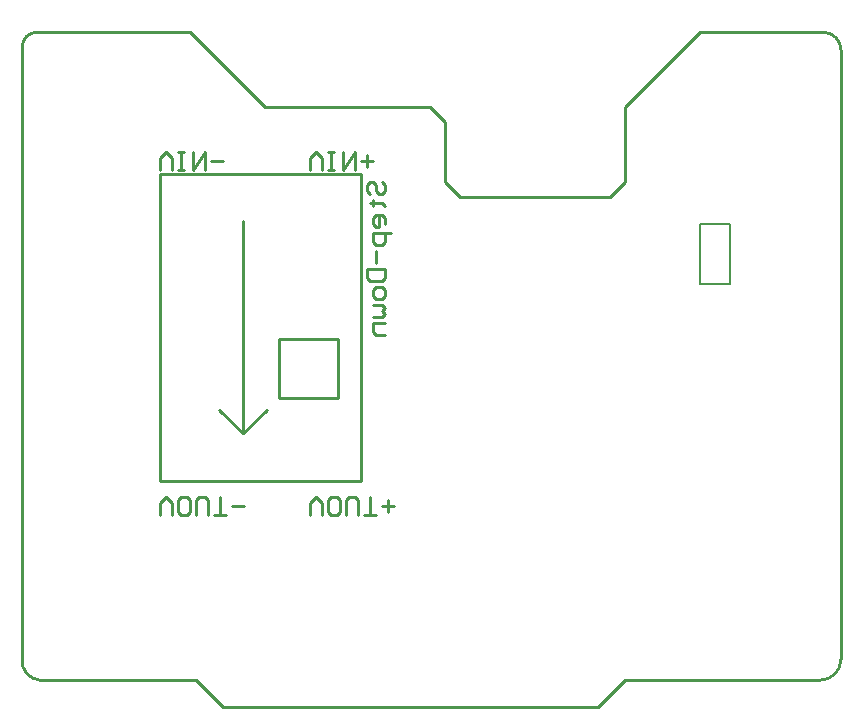
<source format=gbo>
G04*
G04 #@! TF.GenerationSoftware,Altium Limited,Altium Designer,20.0.2 (26)*
G04*
G04 Layer_Color=32896*
%FSLAX24Y24*%
%MOIN*%
G70*
G01*
G75*
%ADD11C,0.0079*%
%ADD12C,0.0100*%
G36*
X12000Y21000D02*
D01*
D02*
G37*
D11*
X20500Y14100D02*
X21500D01*
X20500Y12100D02*
Y14100D01*
Y12100D02*
X21500D01*
Y14100D01*
D12*
X2513Y5551D02*
Y15787D01*
Y5551D02*
X9206D01*
Y15787D01*
X2513D02*
X9206D01*
X6450Y8307D02*
Y10276D01*
Y8307D02*
X8418D01*
Y10276D01*
X6450D02*
X8418D01*
X5268Y7126D02*
X5269Y14213D01*
X4481Y7913D02*
X5268Y7126D01*
X6056Y7913D01*
X7500Y15900D02*
Y16300D01*
X7700Y16500D01*
X7900Y16300D01*
Y15900D01*
X8100D02*
X8300D01*
X8200D01*
Y16500D01*
X8100D01*
X8300D01*
X8600D02*
Y15900D01*
X9000Y16500D01*
Y15900D01*
X9199Y16200D02*
X9599D01*
X9399Y16000D02*
Y16400D01*
X2500Y15900D02*
Y16300D01*
X2700Y16500D01*
X2900Y16300D01*
Y15900D01*
X3100D02*
X3300D01*
X3200D01*
Y16500D01*
X3100D01*
X3300D01*
X3600D02*
Y15900D01*
X4000Y16500D01*
Y15900D01*
X4199Y16200D02*
X4599D01*
X2500Y4400D02*
Y4800D01*
X2700Y5000D01*
X2900Y4800D01*
Y4400D01*
X3400D02*
X3200D01*
X3100Y4500D01*
Y4900D01*
X3200Y5000D01*
X3400D01*
X3500Y4900D01*
Y4500D01*
X3400Y4400D01*
X3700D02*
Y4900D01*
X3800Y5000D01*
X4000D01*
X4099Y4900D01*
Y4400D01*
X4299D02*
X4699D01*
X4499D01*
Y5000D01*
X4899Y4700D02*
X5299D01*
X7500Y4400D02*
Y4800D01*
X7700Y5000D01*
X7900Y4800D01*
Y4400D01*
X8400D02*
X8200D01*
X8100Y4500D01*
Y4900D01*
X8200Y5000D01*
X8400D01*
X8500Y4900D01*
Y4500D01*
X8400Y4400D01*
X8700D02*
Y4900D01*
X8800Y5000D01*
X9000D01*
X9099Y4900D01*
Y4400D01*
X9299D02*
X9699D01*
X9499D01*
Y5000D01*
X9899Y4700D02*
X10299D01*
X10099Y4500D02*
Y4900D01*
X9500Y15100D02*
X9400Y15200D01*
Y15400D01*
X9500Y15500D01*
X9600D01*
X9700Y15400D01*
Y15200D01*
X9800Y15100D01*
X9900D01*
X10000Y15200D01*
Y15400D01*
X9900Y15500D01*
X9500Y14800D02*
X9600D01*
Y14900D01*
Y14700D01*
Y14800D01*
X9900D01*
X10000Y14700D01*
Y14100D02*
Y14300D01*
X9900Y14400D01*
X9700D01*
X9600Y14300D01*
Y14100D01*
X9700Y14000D01*
X9800D01*
Y14400D01*
X10200Y13801D02*
X9600D01*
Y13501D01*
X9700Y13401D01*
X9900D01*
X10000Y13501D01*
Y13801D01*
X9700Y13201D02*
Y12801D01*
X9400Y12601D02*
X10000D01*
Y12301D01*
X9900Y12201D01*
X9500D01*
X9400Y12301D01*
Y12601D01*
X10000Y11901D02*
Y11701D01*
X9900Y11601D01*
X9700D01*
X9600Y11701D01*
Y11901D01*
X9700Y12001D01*
X9900D01*
X10000Y11901D01*
X9600Y11401D02*
X9900D01*
X10000Y11301D01*
X9900Y11201D01*
X10000Y11101D01*
X9900Y11001D01*
X9600D01*
X10000Y10802D02*
X9600D01*
Y10502D01*
X9700Y10402D01*
X10000D01*
X25200Y19900D02*
G03*
X24600Y20500I-600J0D01*
G01*
X-2100Y-400D02*
G03*
X-1500Y-1100I650J-50D01*
G01*
X-1600Y20500D02*
G03*
X-2100Y20000I0J-500D01*
G01*
X24500Y-1100D02*
G03*
X25200Y-400I0J700D01*
G01*
X-1600Y20500D02*
X3500D01*
X20500D02*
X24600D01*
X11500Y18000D02*
X12000Y17500D01*
X6000Y18000D02*
X11500D01*
X12000Y15500D02*
Y17500D01*
X3500Y20500D02*
X6000Y18000D01*
X12000Y15500D02*
X12500Y15000D01*
X17500D01*
X18000Y15500D01*
Y18000D01*
X20500Y20500D01*
X3700Y-1100D02*
X4600Y-2000D01*
X18000Y-1100D02*
X24500D01*
X17100Y-2000D02*
X18000Y-1100D01*
X-1500Y-1100D02*
X3700D01*
X25200Y19900D02*
X25200Y-400D01*
X-2100D02*
X-2100Y20000D01*
X4600Y-2000D02*
X17100D01*
M02*

</source>
